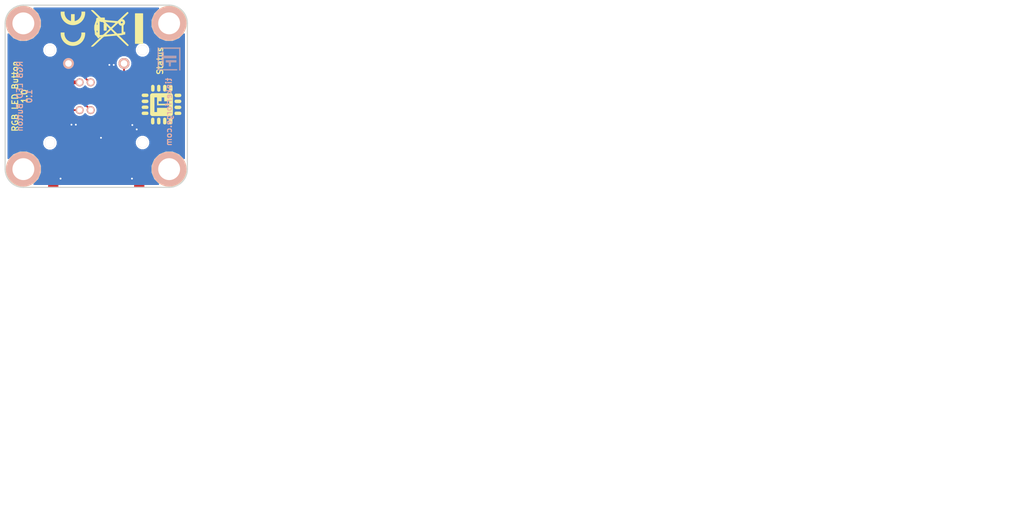
<source format=kicad_pcb>
(kicad_pcb (version 20171130) (host pcbnew 5.0.1-33cea8e~67~ubuntu18.04.1)
  (title_block (title "RGB Button Bricklet") (date 2017-05-08) (rev 1.0) (company "Tinkerforge GmbH") (comment 1 "Licensed under CERN OHL v.1.1") (comment 2 "Copyright (©) 2017, B.Nordmeyer <bastian@tinkerforge.com>"))
  (layers (0 F.Cu signal) (31 B.Cu signal hide) (34 B.Paste user) (35 F.Paste user) (36 B.SilkS user) (37 F.SilkS user) (38 B.Mask user) (39 F.Mask user) (44 Edge.Cuts user))
  (net 0 "")
  (net 1 GND)
  (net 2 VCC)
  (net 3 S-MISO)
  (net 4 S-MOSI)
  (net 5 S-CLK)
  (net 6 S-CS)
  (net 7 P1.2_HO)
  (net 8 P1.1_HO)
  (net 9 P1.0_HO)
  (net 10 PinSwitch)
  (net 11 "Net-(R2-Pad2)")
  (net 12 "Net-(R3-Pad2)")
  (net 13 "Net-(P2-Pad2)")
  (net 14 "Net-(P1-Pad4)")
  (net 15 "Net-(P1-Pad5)")
  (net 16 "Net-(P1-Pad6)")
  (net 17 "Net-(C1-Pad1)")
  (net 18 "Net-(D1-Pad2)")
  (net 19 "Net-(R1-Pad1)")
  (net 20 "Net-(R4-Pad2)")
  (net 21 "Net-(P1-Pad1)")
  (net 22 "Net-(U1-Pad2)")
  (net 23 "Net-(U1-Pad3)")
  (net 24 "Net-(U1-Pad4)")
  (net 25 "Net-(U1-Pad5)")
  (net 26 "Net-(U1-Pad6)")
  (net 27 "Net-(U1-Pad11)")
  (net 28 "Net-(U1-Pad15)")
  (net 29 "Net-(U1-Pad16)")
  (net 30 "Net-(U1-Pad17)")
  (net 31 "Net-(U1-Pad18)")
  (net 32 "Net-(U1-Pad19)")
  (net 33 "Net-(U1-Pad20)")
  (module kicad-libraries:Logo_CoMCU (layer F.Cu) (at 160.65 103.55 90)
    (fp_text reference G*** hide)
    (fp_text value LOGO hide)
  )
  (module kicad-libraries:R0603F (layer F.Cu) (at 157.7 99.2 270)
    (fp_text reference R1)
    (fp_text value 1k)
    (pad 1 smd rect (at -0.75 0 270) (size 0.9 0.9) (layers F.Cu F.Paste F.Mask) (net 19 "Net-(R1-Pad1)"))
    (pad 2 smd rect (at 0.75 0 270) (size 0.9 0.9) (layers F.Cu F.Paste F.Mask) (net 18 "Net-(D1-Pad2)"))
  )
  (module kicad-libraries:CON-SENSOR2 (layer F.Cu) (at 151.7 114.9)
    (fp_text reference P1)
    (fp_text value CON-SENSOR)
    (pad 1 smd rect (at -3.75 -4.6) (size 0.6 1.8) (layers F.Cu F.Paste F.Mask) (net 21 "Net-(P1-Pad1)"))
    (pad 2 smd rect (at -2.5 -4.6) (size 0.6 1.8) (layers F.Cu F.Paste F.Mask) (net 1 GND))
    (pad EP smd rect (at -5.9 -1.2) (size 1.4 2.4) (layers F.Cu F.Paste F.Mask) (net 1 GND))
    (pad EP smd rect (at 5.9 -1.2) (size 1.4 2.4) (layers F.Cu F.Paste F.Mask) (net 1 GND))
    (pad 3 smd rect (at -1.25 -4.6) (size 0.6 1.8) (layers F.Cu F.Paste F.Mask) (net 2 VCC))
    (pad 4 smd rect (at 0 -4.6) (size 0.6 1.8) (layers F.Cu F.Paste F.Mask) (net 14 "Net-(P1-Pad4)"))
    (pad 5 smd rect (at 1.25 -4.6) (size 0.6 1.8) (layers F.Cu F.Paste F.Mask) (net 15 "Net-(P1-Pad5)"))
    (pad 6 smd rect (at 2.5 -4.6) (size 0.6 1.8) (layers F.Cu F.Paste F.Mask) (net 16 "Net-(P1-Pad6)"))
    (pad 7 smd rect (at 3.75 -4.6) (size 0.6 1.8) (layers F.Cu F.Paste F.Mask) (net 17 "Net-(C1-Pad1)"))
  )
  (module kicad-libraries:SolderJumper (layer F.Cu) (at 152.35 107.1 90)
    (fp_text reference P2)
    (fp_text value Boot)
    (pad 2 smd rect (at 0.55 0 90) (size 0.3 1.4) (layers F.Cu F.Mask) (net 13 "Net-(P2-Pad2)"))
    (pad 2 smd rect (at 0.15 0 90) (size 0.6 0.5) (layers F.Cu F.Mask) (net 13 "Net-(P2-Pad2)"))
    (pad 1 smd rect (at -0.5 0 90) (size 0.4 1.4) (layers F.Cu F.Mask) (net 1 GND))
    (pad 1 smd rect (at -0.225 0.55 90) (size 0.95 0.3) (layers F.Cu F.Mask) (net 1 GND))
    (pad 1 smd rect (at -0.225 -0.55 90) (size 0.95 0.3) (layers F.Cu F.Mask) (net 1 GND))
  )
  (module kicad-libraries:QFN24-4x4mm-0.5mm (layer F.Cu) (at 154.4 102.6 180)
    (fp_text reference U1)
    (fp_text value XMC1100-16)
    (pad 1 smd oval (at -2.025 -1.25 180) (size 1 0.3) (layers F.Cu F.Paste F.Mask) (net 3 S-MISO))
    (pad 2 smd oval (at -2.025 -0.75 180) (size 1 0.3) (layers F.Cu F.Paste F.Mask) (net 22 "Net-(U1-Pad2)"))
    (pad 3 smd oval (at -2.025 -0.25 180) (size 1 0.3) (layers F.Cu F.Paste F.Mask) (net 23 "Net-(U1-Pad3)"))
    (pad 4 smd oval (at -2.025 0.25 180) (size 1 0.3) (layers F.Cu F.Paste F.Mask) (net 24 "Net-(U1-Pad4)"))
    (pad 5 smd oval (at -2.025 0.75 180) (size 1 0.3) (layers F.Cu F.Paste F.Mask) (net 25 "Net-(U1-Pad5)"))
    (pad 6 smd oval (at -2.025 1.25 180) (size 1 0.3) (layers F.Cu F.Paste F.Mask) (net 26 "Net-(U1-Pad6)"))
    (pad 7 smd oval (at -1.25 2.025 270) (size 1 0.3) (layers F.Cu F.Paste F.Mask) (net 19 "Net-(R1-Pad1)"))
    (pad 8 smd oval (at -0.75 2.025 270) (size 1 0.3) (layers F.Cu F.Paste F.Mask) (net 10 PinSwitch))
    (pad 9 smd oval (at -0.25 2.025 270) (size 1 0.3) (layers F.Cu F.Paste F.Mask) (net 1 GND))
    (pad 10 smd oval (at 0.25 2.025 270) (size 1 0.3) (layers F.Cu F.Paste F.Mask) (net 2 VCC))
    (pad 11 smd oval (at 0.75 2.025 270) (size 1 0.3) (layers F.Cu F.Paste F.Mask) (net 27 "Net-(U1-Pad11)"))
    (pad 12 smd oval (at 1.25 2.025 270) (size 1 0.3) (layers F.Cu F.Paste F.Mask) (net 7 P1.2_HO))
    (pad 13 smd oval (at 2.025 1.25 180) (size 1 0.3) (layers F.Cu F.Paste F.Mask) (net 8 P1.1_HO))
    (pad 14 smd oval (at 2.025 0.75 180) (size 1 0.3) (layers F.Cu F.Paste F.Mask) (net 9 P1.0_HO))
    (pad 15 smd oval (at 2.025 0.25 180) (size 1 0.3) (layers F.Cu F.Paste F.Mask) (net 28 "Net-(U1-Pad15)"))
    (pad 16 smd oval (at 2.025 -0.25 180) (size 1 0.3) (layers F.Cu F.Paste F.Mask) (net 29 "Net-(U1-Pad16)"))
    (pad 17 smd oval (at 2.025 -0.75 180) (size 1 0.3) (layers F.Cu F.Paste F.Mask) (net 30 "Net-(U1-Pad17)"))
    (pad 18 smd oval (at 2.025 -1.25 180) (size 1 0.3) (layers F.Cu F.Paste F.Mask) (net 31 "Net-(U1-Pad18)"))
    (pad 19 smd oval (at 1.25 -2.025 270) (size 1 0.3) (layers F.Cu F.Paste F.Mask) (net 32 "Net-(U1-Pad19)"))
    (pad 20 smd oval (at 0.75 -2.025 270) (size 1 0.3) (layers F.Cu F.Paste F.Mask) (net 33 "Net-(U1-Pad20)"))
    (pad 21 smd oval (at 0.25 -2.025 270) (size 1 0.3) (layers F.Cu F.Paste F.Mask) (net 13 "Net-(P2-Pad2)"))
    (pad 22 smd oval (at -0.25 -2.025 270) (size 1 0.3) (layers F.Cu F.Paste F.Mask) (net 6 S-CS))
    (pad 23 smd oval (at -0.75 -2.025 270) (size 1 0.3) (layers F.Cu F.Paste F.Mask) (net 5 S-CLK))
    (pad 24 smd oval (at -1.25 -2.025 270) (size 1 0.3) (layers F.Cu F.Paste F.Mask) (net 4 S-MOSI))
    (pad EXP smd rect (at 0.65 0.65 180) (size 1.3 1.3) (layers F.Cu F.Paste F.Mask) (net 1 GND))
    (pad EXP smd rect (at 0.65 -0.65 180) (size 1.3 1.3) (layers F.Cu F.Paste F.Mask) (net 1 GND))
    (pad EXP smd rect (at -0.65 0.65 180) (size 1.3 1.3) (layers F.Cu F.Paste F.Mask) (net 1 GND))
    (pad EXP smd rect (at -0.65 -0.65 180) (size 1.3 1.3) (layers F.Cu F.Paste F.Mask) (net 1 GND))
  )
  (module kicad-libraries:DRILL_NP (layer F.Cu) (at 141.7 92.4)
    (fp_text reference U2 hide)
    (fp_text value DRILL hide)
    (pad "" np_thru_hole circle (at 0 0) (size 2.99974 2.99974) (drill 2.99974) (layers *.Cu *.Mask F.SilkS) (clearance 0.89916))
  )
  (module kicad-libraries:DRILL_NP (layer F.Cu) (at 161.7 92.4)
    (fp_text reference U3 hide)
    (fp_text value DRILL hide)
    (pad "" np_thru_hole circle (at 0 0) (size 2.99974 2.99974) (drill 2.99974) (layers *.Cu *.Mask F.SilkS) (clearance 0.89916))
  )
  (module kicad-libraries:DRILL_NP (layer F.Cu) (at 141.7 112.4)
    (fp_text reference U4 hide)
    (fp_text value DRILL hide)
    (pad "" np_thru_hole circle (at 0 0) (size 2.99974 2.99974) (drill 2.99974) (layers *.Cu *.Mask F.SilkS) (clearance 0.89916))
  )
  (module kicad-libraries:DRILL_NP (layer F.Cu) (at 161.7 112.4)
    (fp_text reference U5 hide)
    (fp_text value DRILL hide)
    (pad "" np_thru_hole circle (at 0 0) (size 2.99974 2.99974) (drill 2.99974) (layers *.Cu *.Mask F.SilkS) (clearance 0.89916))
  )
  (module kicad-libraries:Fiducial_Mark (layer F.Cu) (at 145.7 91.9)
    (fp_text reference Fiducial_Mark hide)
    (fp_text value VAL** hide)
    (pad 1 smd circle (at 0 0) (size 1.00076 1.00076) (layers F.Cu F.Paste F.Mask) (clearance 0.65024))
  )
  (module kicad-libraries:Fiducial_Mark (layer F.Cu) (at 142.7 107.9)
    (fp_text reference Fiducial_Mark hide)
    (fp_text value VAL** hide)
    (pad 1 smd circle (at 0 0) (size 1.00076 1.00076) (layers F.Cu F.Paste F.Mask) (clearance 0.65024))
  )
  (module kicad-libraries:Fiducial_Mark (layer F.Cu) (at 160.7 107.9)
    (fp_text reference Fiducial_Mark hide)
    (fp_text value VAL** hide)
    (pad 1 smd circle (at 0 0) (size 1.00076 1.00076) (layers F.Cu F.Paste F.Mask) (clearance 0.65024))
  )
  (module kicad-libraries:Logo_31x31 (layer B.Cu) (at 160.1 95.7 270)
    (fp_text reference G*** hide)
    (fp_text value Logo_31x31 hide)
  )
  (module kicad-libraries:WEEE_7mm (layer F.Cu) (at 154.55 93.1 90)
    (fp_text reference G*** hide)
    (fp_text value LOGO hide)
  )
  (module kicad-libraries:CE_5mm (layer F.Cu) (at 148.5 93.1 90)
    (fp_text reference VAL hide)
    (fp_text value CE_5mm hide)
  )
  (module kicad-libraries:D0603F (layer F.Cu) (at 159.1 99.2 270)
    (fp_text reference D1)
    (fp_text value blue)
    (pad 1 smd rect (at -0.75 0 270) (size 0.9 0.9) (layers F.Cu F.Paste F.Mask) (net 2 VCC))
    (pad 2 smd rect (at 0.75 0 270) (size 0.9 0.9) (layers F.Cu F.Paste F.Mask) (net 18 "Net-(D1-Pad2)"))
  )
  (module kicad-libraries:C0603F (layer F.Cu) (at 149.4 107)
    (fp_text reference C2)
    (fp_text value 1uF)
    (pad 1 smd rect (at -0.75 0) (size 0.9 0.9) (layers F.Cu F.Paste F.Mask) (net 1 GND))
    (pad 2 smd rect (at 0.75 0) (size 0.9 0.9) (layers F.Cu F.Paste F.Mask) (net 2 VCC))
  )
  (module kicad-libraries:C0603F (layer F.Cu) (at 153.2 98.9 180)
    (fp_text reference C3)
    (fp_text value 10uF)
    (pad 1 smd rect (at -0.75 0 180) (size 0.9 0.9) (layers F.Cu F.Paste F.Mask) (net 1 GND))
    (pad 2 smd rect (at 0.75 0 180) (size 0.9 0.9) (layers F.Cu F.Paste F.Mask) (net 2 VCC))
  )
  (module kicad-libraries:C0603F (layer F.Cu) (at 149.4 108.4)
    (fp_text reference C4)
    (fp_text value 100nF)
    (pad 1 smd rect (at -0.75 0) (size 0.9 0.9) (layers F.Cu F.Paste F.Mask) (net 1 GND))
    (pad 2 smd rect (at 0.75 0) (size 0.9 0.9) (layers F.Cu F.Paste F.Mask) (net 2 VCC))
  )
  (module kicad-libraries:RGB_SWITCH_AD (layer B.Cu) (at 151.7 102.4)
    (fp_text reference SW1)
    (fp_text value RGB_SWITCH_AD)
    (pad "" np_thru_hole circle (at -6.35 6.4) (size 1.35 1.35) (drill 1.35) (layers *.Cu *.Mask B.SilkS))
    (pad "" np_thru_hole circle (at 6.35 6.35) (size 1.35 1.35) (drill 1.35) (layers *.Cu *.Mask B.SilkS))
    (pad "" np_thru_hole circle (at 6.35 -6.35) (size 1.35 1.35) (drill 1.35) (layers *.Cu *.Mask B.SilkS))
    (pad "" np_thru_hole circle (at -6.35 -6.35) (size 1.35 1.35) (drill 1.35) (layers *.Cu *.Mask B.SilkS))
    (pad 1 thru_hole circle (at 3.81 -4.5) (size 1.5 1.5) (drill 0.9) (layers *.Cu *.Mask B.SilkS) (net 10 PinSwitch))
    (pad 2 thru_hole circle (at -3.81 -4.5) (size 1.5 1.5) (drill 0.9) (layers *.Cu *.Mask B.SilkS) (net 1 GND))
    (pad G2 thru_hole circle (at -2.28 1.9) (size 1.1 1.1) (drill 0.7) (layers *.Cu *.Mask B.SilkS) (net 20 "Net-(R4-Pad2)"))
    (pad R2 thru_hole circle (at -0.76 1.9) (size 1.1 1.1) (drill 0.7) (layers *.Cu *.Mask B.SilkS) (net 12 "Net-(R3-Pad2)"))
    (pad C2 thru_hole circle (at -2.28 -1.91) (size 1.1 1.1) (drill 0.7) (layers *.Cu *.Mask B.SilkS) (net 2 VCC))
    (pad B2 thru_hole circle (at -0.76 -1.91) (size 1.1 1.1) (drill 0.7) (layers *.Cu *.Mask B.SilkS) (net 11 "Net-(R2-Pad2)"))
  )
  (module kicad-libraries:C0402F (layer F.Cu) (at 156.55 107.6 90)
    (fp_text reference C1)
    (fp_text value 220pF)
    (pad 2 smd rect (at 0.5 0 90) (size 0.6 0.7) (layers F.Cu F.Paste F.Mask) (net 1 GND))
    (pad 1 smd rect (at -0.5 0 90) (size 0.6 0.7) (layers F.Cu F.Paste F.Mask) (net 17 "Net-(C1-Pad1)"))
  )
  (module kicad-libraries:R0603F (layer F.Cu) (at 150.2 98.9 180)
    (fp_text reference R2)
    (fp_text value 15)
    (pad 1 smd rect (at -0.75 0 180) (size 0.9 0.9) (layers F.Cu F.Paste F.Mask) (net 7 P1.2_HO))
    (pad 2 smd rect (at 0.75 0 180) (size 0.9 0.9) (layers F.Cu F.Paste F.Mask) (net 11 "Net-(R2-Pad2)"))
  )
  (module kicad-libraries:R0603F (layer F.Cu) (at 147.9 102.6 270)
    (fp_text reference R3)
    (fp_text value 68)
    (pad 1 smd rect (at -0.75 0 270) (size 0.9 0.9) (layers F.Cu F.Paste F.Mask) (net 8 P1.1_HO))
    (pad 2 smd rect (at 0.75 0 270) (size 0.9 0.9) (layers F.Cu F.Paste F.Mask) (net 12 "Net-(R3-Pad2)"))
  )
  (module kicad-libraries:R0603F (layer F.Cu) (at 146.5 102.6 270)
    (fp_text reference R4)
    (fp_text value 15)
    (pad 1 smd rect (at -0.75 0 270) (size 0.9 0.9) (layers F.Cu F.Paste F.Mask) (net 9 P1.0_HO))
    (pad 2 smd rect (at 0.75 0 270) (size 0.9 0.9) (layers F.Cu F.Paste F.Mask) (net 20 "Net-(R4-Pad2)"))
  )
  (module kicad-libraries:4X0402 (layer F.Cu) (at 154.75 107.6)
    (fp_text reference RP1)
    (fp_text value 82)
    (pad 1 smd rect (at -0.7493 0.575 180) (size 0.29972 0.65) (layers F.Cu F.Paste F.Mask) (net 14 "Net-(P1-Pad4)"))
    (pad 2 smd rect (at -0.24892 0.575 180) (size 0.29972 0.65) (layers F.Cu F.Paste F.Mask) (net 15 "Net-(P1-Pad5)"))
    (pad 3 smd rect (at 0.24892 0.575 180) (size 0.29972 0.65) (layers F.Cu F.Paste F.Mask) (net 16 "Net-(P1-Pad6)"))
    (pad 4 smd rect (at 0.7493 0.575 180) (size 0.29972 0.65) (layers F.Cu F.Paste F.Mask) (net 17 "Net-(C1-Pad1)"))
    (pad 5 smd rect (at 0.7493 -0.575) (size 0.29972 0.65) (layers F.Cu F.Paste F.Mask) (net 3 S-MISO))
    (pad 6 smd rect (at 0.24892 -0.575) (size 0.29972 0.65) (layers F.Cu F.Paste F.Mask) (net 4 S-MOSI))
    (pad 7 smd rect (at -0.24892 -0.575) (size 0.29972 0.65) (layers F.Cu F.Paste F.Mask) (net 5 S-CLK))
    (pad 8 smd rect (at -0.7493 -0.575) (size 0.29972 0.65) (layers F.Cu F.Paste F.Mask) (net 6 S-CS))
  )
  (gr_text Status (at 160.45 97.55 90) (layer F.SilkS) (effects (font (size 0.8 0.8))))
  (gr_text "RGB LED Button\n1.0" (at 141.85 102.4 90) (layer B.SilkS) (effects (font (size 0.8 0.8)) (justify mirror)))
  (gr_line (start 139.2 112.4) (end 139.2 92.4) (angle 90) (layer Edge.Cuts) (width 0.15))
  (gr_line (start 164.2 92.4) (end 164.2 112.4) (angle 90) (layer Edge.Cuts) (width 0.15))
  (gr_text "RGB LED Button\n1.0" (at 141.2 102.4 90) (layer F.SilkS) (effects (font (size 0.8 0.8))))
  (gr_text tinkerforge.com (at 161.65 104.55 90) (layer B.SilkS) (effects (font (size 0.8 0.8)) (justify mirror)))
  (gr_line (start 141.7 114.9) (end 161.7 114.9) (angle 90) (layer Edge.Cuts) (width 0.15))
  (gr_line (start 161.7 89.9) (end 141.7 89.9) (angle 90) (layer Edge.Cuts) (width 0.15))
  (gr_arc (start 141.7 92.4) (end 139.2 92.4) (angle 90) (layer Edge.Cuts) (width 0.15))
  (gr_arc (start 161.7 92.4) (end 161.7 89.9) (angle 90) (layer Edge.Cuts) (width 0.15))
  (gr_arc (start 161.7 112.4) (end 164.2 112.4) (angle 90) (layer Edge.Cuts) (width 0.15))
  (gr_arc (start 141.7 112.4) (end 141.7 114.9) (angle 90) (layer Edge.Cuts) (width 0.15))
  (segment (start 157.6 113.7) (end 156.6 113.7) (width 0.5) (layer F.Cu) (net 1))
  (via (at 156.6 113.7) (size 0.55) (drill 0.25) (layers F.Cu B.Cu) (net 1))
  (segment (start 145.8 113.7) (end 146.8 113.7) (width 0.5) (layer F.Cu) (net 1))
  (via (at 146.8 113.7) (size 0.55) (drill 0.25) (layers F.Cu B.Cu) (net 1))
  (segment (start 156.55 106.95) (end 157.25 106.95) (width 0.5) (layer F.Cu) (net 1))
  (via (at 157.25 106.95) (size 0.55) (drill 0.25) (layers F.Cu B.Cu) (net 1))
  (segment (start 156.55 106.95) (end 156.55 106.45) (width 0.5) (layer F.Cu) (net 1))
  (via (at 156.65 106.35) (size 0.55) (drill 0.25) (layers F.Cu B.Cu) (net 1))
  (segment (start 156.55 106.45) (end 156.65 106.35) (width 0.5) (layer F.Cu) (net 1))
  (segment (start 151.8 107.325) (end 151.8 107.6) (width 0.3) (layer F.Cu) (net 1))
  (segment (start 151.8 107.6) (end 152.35 107.6) (width 0.3) (layer F.Cu) (net 1))
  (segment (start 152.9 107.325) (end 152.9 107.6) (width 0.3) (layer F.Cu) (net 1))
  (segment (start 152.9 107.6) (end 152.35 107.6) (width 0.3) (layer F.Cu) (net 1))
  (segment (start 152.35 107.6) (end 152.35 108.1) (width 0.3) (layer F.Cu) (net 1))
  (via (at 152.35 108.1) (size 0.55) (drill 0.25) (layers F.Cu B.Cu) (net 1))
  (segment (start 153.5 98.1) (end 154.1 98.1) (width 0.5) (layer F.Cu) (net 1))
  (segment (start 153.95 98.25) (end 154.1 98.1) (width 0.5) (layer F.Cu) (net 1))
  (via (at 154.1 98.1) (size 0.55) (drill 0.25) (layers F.Cu B.Cu) (net 1))
  (segment (start 153.95 98.9) (end 153.95 98.25) (width 0.5) (layer F.Cu) (net 1))
  (segment (start 153.6 98.1) (end 153.5 98.1) (width 0.4) (layer F.Cu) (net 1))
  (via (at 153.5 98.1) (size 0.55) (drill 0.25) (layers F.Cu B.Cu) (net 1))
  (segment (start 153.6 98.1) (end 153.95 98.45) (width 0.5) (layer F.Cu) (net 1))
  (segment (start 148.65 107) (end 148.65 106.65) (width 0.5) (layer F.Cu) (net 1))
  (segment (start 148.65 106.65) (end 148.3 106.3) (width 0.5) (layer F.Cu) (net 1))
  (via (at 148.3 106.3) (size 0.55) (drill 0.25) (layers F.Cu B.Cu) (net 1))
  (segment (start 148.65 107) (end 148.65 106.55) (width 0.5) (layer F.Cu) (net 1))
  (segment (start 148.65 106.55) (end 148.9 106.3) (width 0.5) (layer F.Cu) (net 1))
  (via (at 148.9 106.3) (size 0.55) (drill 0.25) (layers F.Cu B.Cu) (net 1))
  (segment (start 148.65 108.4) (end 148.65 107) (width 0.5) (layer F.Cu) (net 1))
  (segment (start 149.2 110.3) (end 149.2 109.5) (width 0.5) (layer F.Cu) (net 1))
  (segment (start 149.2 109.5) (end 148.65 108.95) (width 0.5) (layer F.Cu) (net 1))
  (segment (start 148.65 108.95) (end 148.65 108.4) (width 0.5) (layer F.Cu) (net 1))
  (segment (start 153.75 101.95) (end 153.75 103.25) (width 0.25) (layer F.Cu) (net 1))
  (segment (start 155.05 101.95) (end 153.75 101.95) (width 0.25) (layer F.Cu) (net 1))
  (segment (start 155.05 103.25) (end 155.05 101.95) (width 0.25) (layer F.Cu) (net 1))
  (segment (start 154.65 100.575) (end 154.65 101.55) (width 0.25) (layer F.Cu) (net 1))
  (segment (start 154.65 101.55) (end 155.05 101.95) (width 0.25) (layer F.Cu) (net 1))
  (segment (start 154.65 100.575) (end 154.65 99.95) (width 0.25) (layer F.Cu) (net 1))
  (segment (start 154.65 99.95) (end 153.95 99.25) (width 0.25) (layer F.Cu) (net 1))
  (segment (start 149.42 100.49) (end 146.34 100.49) (width 0.5) (layer F.Cu) (net 2))
  (segment (start 146.35 100.5) (end 145.2 99.35) (width 0.5) (layer F.Cu) (net 2))
  (segment (start 146.34 100.49) (end 146.35 100.5) (width 0.5) (layer F.Cu) (net 2))
  (segment (start 152.5 97.9) (end 152.5 98.85) (width 0.5) (layer F.Cu) (net 2))
  (segment (start 152.5 98.85) (end 152.45 98.9) (width 0.5) (layer F.Cu) (net 2))
  (segment (start 150.15 107) (end 150.15 106.35) (width 0.5) (layer F.Cu) (net 2))
  (segment (start 152.5 97.9) (end 152.45 97.9) (width 0.5) (layer F.Cu) (net 2))
  (segment (start 151.1 96.5) (end 152.5 97.9) (width 0.5) (layer F.Cu) (net 2))
  (segment (start 147 96.5) (end 151.1 96.5) (width 0.5) (layer F.Cu) (net 2))
  (segment (start 145.2 98.3) (end 147 96.5) (width 0.5) (layer F.Cu) (net 2))
  (segment (start 150.15 106.35) (end 149.3 105.5) (width 0.5) (layer F.Cu) (net 2))
  (segment (start 159.1 98.45) (end 159.1 97.8) (width 0.25) (layer F.Cu) (net 2))
  (segment (start 159.1 97.8) (end 158.7 97.4) (width 0.25) (layer F.Cu) (net 2))
  (segment (start 158.7 97.4) (end 157.2 97.4) (width 0.25) (layer F.Cu) (net 2))
  (segment (start 157.2 97.4) (end 156.5 96.7) (width 0.25) (layer F.Cu) (net 2))
  (segment (start 156.5 96.7) (end 153.7 96.7) (width 0.25) (layer F.Cu) (net 2))
  (segment (start 153.7 96.7) (end 152.45 97.95) (width 0.25) (layer F.Cu) (net 2))
  (segment (start 152.45 97.95) (end 152.45 97.9) (width 0.25) (layer F.Cu) (net 2))
  (segment (start 152.45 97.9) (end 152.45 98.9) (width 0.25) (layer F.Cu) (net 2))
  (segment (start 150.15 108.4) (end 150.15 107) (width 0.5) (layer F.Cu) (net 2))
  (segment (start 150.45 110.3) (end 150.45 109.35) (width 0.5) (layer F.Cu) (net 2))
  (segment (start 150.15 109.05) (end 150.15 108.4) (width 0.5) (layer F.Cu) (net 2))
  (segment (start 150.45 109.35) (end 150.15 109.05) (width 0.5) (layer F.Cu) (net 2))
  (segment (start 154.15 100.575) (end 154.15 100.05) (width 0.25) (layer F.Cu) (net 2))
  (segment (start 152.9 99.7) (end 152.45 99.25) (width 0.25) (layer F.Cu) (net 2))
  (segment (start 153.8 99.7) (end 152.9 99.7) (width 0.25) (layer F.Cu) (net 2))
  (segment (start 154.15 100.05) (end 153.8 99.7) (width 0.25) (layer F.Cu) (net 2))
  (segment (start 152.45 99.25) (end 152.45 98.9) (width 0.25) (layer F.Cu) (net 2))
  (segment (start 145.2 99.35) (end 145.2 98.3) (width 0.5) (layer F.Cu) (net 2))
  (segment (start 149.3 105.5) (end 146.3 105.5) (width 0.5) (layer F.Cu) (net 2))
  (segment (start 145.2 104.4) (end 145.2 99.35) (width 0.5) (layer F.Cu) (net 2))
  (segment (start 146.3 105.5) (end 145.2 104.4) (width 0.5) (layer F.Cu) (net 2))
  (segment (start 155.4993 107.025) (end 155.4993 106.7007) (width 0.25) (layer F.Cu) (net 3))
  (segment (start 155.4993 106.7007) (end 156.3 105.9) (width 0.25) (layer F.Cu) (net 3))
  (segment (start 156.3 105.9) (end 156.3 103.975) (width 0.25) (layer F.Cu) (net 3))
  (segment (start 156.3 103.975) (end 156.425 103.85) (width 0.25) (layer F.Cu) (net 3))
  (segment (start 155.65 104.625) (end 155.65 105.85) (width 0.25) (layer F.Cu) (net 4))
  (segment (start 154.99892 106.50108) (end 154.99892 107.025) (width 0.25) (layer F.Cu) (net 4))
  (segment (start 155.65 105.85) (end 154.99892 106.50108) (width 0.25) (layer F.Cu) (net 4))
  (segment (start 154.50108 107.025) (end 154.50108 106.39892) (width 0.25) (layer F.Cu) (net 5))
  (segment (start 155.15 105.75) (end 155.15 104.625) (width 0.25) (layer F.Cu) (net 5))
  (segment (start 154.50108 106.39892) (end 155.15 105.75) (width 0.25) (layer F.Cu) (net 5))
  (segment (start 154.65 104.625) (end 154.65 105.55) (width 0.25) (layer F.Cu) (net 6))
  (segment (start 154.0007 106.1993) (end 154.0007 107.025) (width 0.25) (layer F.Cu) (net 6))
  (segment (start 154.65 105.55) (end 154.0007 106.1993) (width 0.25) (layer F.Cu) (net 6))
  (segment (start 153.15 100.575) (end 152.375 100.575) (width 0.25) (layer F.Cu) (net 7))
  (segment (start 152.375 100.575) (end 150.95 99.15) (width 0.25) (layer F.Cu) (net 7))
  (segment (start 150.95 99.15) (end 150.95 98.9) (width 0.25) (layer F.Cu) (net 7))
  (segment (start 152.375 101.35) (end 151.45 101.35) (width 0.25) (layer F.Cu) (net 8))
  (segment (start 150.7 102.1) (end 148.15 102.1) (width 0.25) (layer F.Cu) (net 8))
  (segment (start 151.45 101.35) (end 150.7 102.1) (width 0.25) (layer F.Cu) (net 8))
  (segment (start 148.15 102.1) (end 147.9 101.85) (width 0.25) (layer F.Cu) (net 8))
  (segment (start 152.375 101.85) (end 151.85 101.85) (width 0.25) (layer F.Cu) (net 9))
  (segment (start 146.9 102.6) (end 146.5 102.2) (width 0.25) (layer F.Cu) (net 9))
  (segment (start 151.1 102.6) (end 146.9 102.6) (width 0.25) (layer F.Cu) (net 9))
  (segment (start 151.85 101.85) (end 151.1 102.6) (width 0.25) (layer F.Cu) (net 9))
  (segment (start 146.5 102.2) (end 146.5 101.85) (width 0.25) (layer F.Cu) (net 9))
  (segment (start 146.5 101.85) (end 146.5 102.1) (width 0.25) (layer F.Cu) (net 9))
  (segment (start 155.15 100.575) (end 155.15 99.65) (width 0.25) (layer F.Cu) (net 10))
  (segment (start 155.51 99.29) (end 155.51 97.9) (width 0.25) (layer F.Cu) (net 10))
  (segment (start 155.15 99.65) (end 155.51 99.29) (width 0.25) (layer F.Cu) (net 10))
  (segment (start 150.94 100.49) (end 150.79 100.49) (width 0.25) (layer F.Cu) (net 11))
  (segment (start 150.79 100.49) (end 149.45 99.15) (width 0.25) (layer F.Cu) (net 11))
  (segment (start 149.45 99.15) (end 149.45 98.9) (width 0.25) (layer F.Cu) (net 11))
  (segment (start 149.42 98.93) (end 149.45 98.9) (width 0.25) (layer F.Cu) (net 11))
  (segment (start 150.94 100.49) (end 150.94 100.56) (width 0.5) (layer F.Cu) (net 11))
  (segment (start 149.99 103.35) (end 150.94 104.3) (width 0.25) (layer F.Cu) (net 12))
  (segment (start 147.9 103.35) (end 149.99 103.35) (width 0.25) (layer F.Cu) (net 12))
  (segment (start 152.35 106.95) (end 152.35 106.55) (width 0.2) (layer F.Cu) (net 13))
  (segment (start 154.15 104.625) (end 154.15 105.2) (width 0.25) (layer F.Cu) (net 13))
  (segment (start 152.35 106) (end 152.35 106.55) (width 0.25) (layer F.Cu) (net 13))
  (segment (start 152.55 105.8) (end 152.35 106) (width 0.25) (layer F.Cu) (net 13))
  (segment (start 153.55 105.8) (end 152.55 105.8) (width 0.25) (layer F.Cu) (net 13))
  (segment (start 154.15 105.2) (end 153.55 105.8) (width 0.25) (layer F.Cu) (net 13))
  (segment (start 154.0007 108.175) (end 154.0007 108.4493) (width 0.25) (layer F.Cu) (net 14))
  (segment (start 154.0007 108.4493) (end 153.8 108.65) (width 0.25) (layer F.Cu) (net 14))
  (segment (start 153.8 108.65) (end 152.45 108.65) (width 0.25) (layer F.Cu) (net 14))
  (segment (start 152.45 108.65) (end 151.7 109.4) (width 0.25) (layer F.Cu) (net 14))
  (segment (start 151.7 109.4) (end 151.7 110.3) (width 0.25) (layer F.Cu) (net 14))
  (segment (start 151.7 109.6) (end 151.7 110.3) (width 0.2) (layer F.Cu) (net 14))
  (segment (start 154.50108 108.175) (end 154.50108 108.64892) (width 0.25) (layer F.Cu) (net 15))
  (segment (start 152.95 109.55) (end 152.95 110.3) (width 0.25) (layer F.Cu) (net 15))
  (segment (start 153.4 109.1) (end 152.95 109.55) (width 0.25) (layer F.Cu) (net 15))
  (segment (start 154.05 109.1) (end 153.4 109.1) (width 0.25) (layer F.Cu) (net 15))
  (segment (start 154.50108 108.64892) (end 154.05 109.1) (width 0.25) (layer F.Cu) (net 15))
  (segment (start 154.99892 108.175) (end 154.99892 108.85108) (width 0.25) (layer F.Cu) (net 16))
  (segment (start 154.99892 108.85108) (end 154.2 109.65) (width 0.25) (layer F.Cu) (net 16))
  (segment (start 154.2 109.65) (end 154.2 110.3) (width 0.25) (layer F.Cu) (net 16))
  (segment (start 155.45 110.3) (end 155.45 109.55) (width 0.25) (layer F.Cu) (net 17))
  (segment (start 155.45 109.55) (end 156.55 108.45) (width 0.25) (layer F.Cu) (net 17))
  (segment (start 156.55 108.45) (end 156.55 108.25) (width 0.25) (layer F.Cu) (net 17))
  (segment (start 155.4993 108.175) (end 156.475 108.175) (width 0.25) (layer F.Cu) (net 17))
  (segment (start 156.475 108.175) (end 156.55 108.25) (width 0.25) (layer F.Cu) (net 17))
  (segment (start 157.7 99.95) (end 159.1 99.95) (width 0.25) (layer F.Cu) (net 18))
  (segment (start 155.65 100.575) (end 155.65 100.15) (width 0.25) (layer F.Cu) (net 19))
  (segment (start 156.95 98.45) (end 157.7 98.45) (width 0.25) (layer F.Cu) (net 19))
  (segment (start 156.5 98.9) (end 156.95 98.45) (width 0.25) (layer F.Cu) (net 19))
  (segment (start 156.5 99.3) (end 156.5 98.9) (width 0.25) (layer F.Cu) (net 19))
  (segment (start 155.65 100.15) (end 156.5 99.3) (width 0.25) (layer F.Cu) (net 19))
  (segment (start 146.5 103.35) (end 146.5 103.9) (width 0.25) (layer F.Cu) (net 20))
  (segment (start 146.9 104.3) (end 149.42 104.3) (width 0.25) (layer F.Cu) (net 20))
  (segment (start 146.5 103.9) (end 146.9 104.3) (width 0.25) (layer F.Cu) (net 20))
  (zone (net 1) (net_name GND) (layer B.Cu) (connect_pads yes (clearance 0.25)) (min_thickness 0.22) (fill yes (arc_segments 16) (thermal_gap 0.25) (thermal_bridge_width 0.25))
    (polygon (pts (xy 164.2 114.9) (xy 139.2 114.9) (xy 139.2 89.9) (xy 164.2 89.9)))
  )
)
</source>
